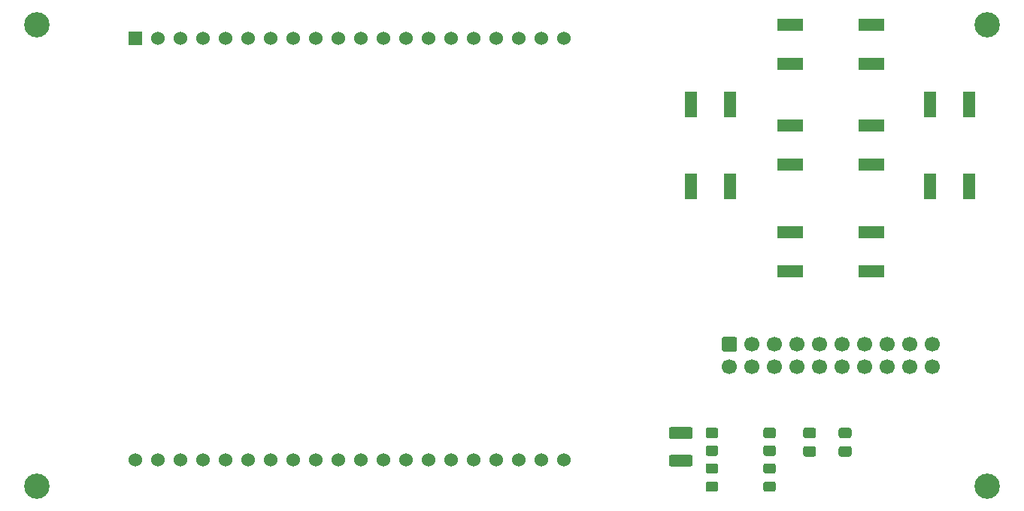
<source format=gbr>
%TF.GenerationSoftware,KiCad,Pcbnew,(5.1.10)-1*%
%TF.CreationDate,2022-03-08T20:45:29-05:00*%
%TF.ProjectId,PacMan-display,5061634d-616e-42d6-9469-73706c61792e,1.0*%
%TF.SameCoordinates,Original*%
%TF.FileFunction,Soldermask,Top*%
%TF.FilePolarity,Negative*%
%FSLAX46Y46*%
G04 Gerber Fmt 4.6, Leading zero omitted, Abs format (unit mm)*
G04 Created by KiCad (PCBNEW (5.1.10)-1) date 2022-03-08 20:45:29*
%MOMM*%
%LPD*%
G01*
G04 APERTURE LIST*
%ADD10C,1.524000*%
%ADD11R,1.524000X1.524000*%
%ADD12C,1.700000*%
%ADD13R,3.000000X1.400000*%
%ADD14R,1.400000X3.000000*%
%ADD15C,2.844800*%
G04 APERTURE END LIST*
%TO.C,R2*%
G36*
G01*
X168233999Y-119898000D02*
X169134001Y-119898000D01*
G75*
G02*
X169384000Y-120147999I0J-249999D01*
G01*
X169384000Y-120848001D01*
G75*
G02*
X169134001Y-121098000I-249999J0D01*
G01*
X168233999Y-121098000D01*
G75*
G02*
X167984000Y-120848001I0J249999D01*
G01*
X167984000Y-120147999D01*
G75*
G02*
X168233999Y-119898000I249999J0D01*
G01*
G37*
G36*
G01*
X168233999Y-117898000D02*
X169134001Y-117898000D01*
G75*
G02*
X169384000Y-118147999I0J-249999D01*
G01*
X169384000Y-118848001D01*
G75*
G02*
X169134001Y-119098000I-249999J0D01*
G01*
X168233999Y-119098000D01*
G75*
G02*
X167984000Y-118848001I0J249999D01*
G01*
X167984000Y-118147999D01*
G75*
G02*
X168233999Y-117898000I249999J0D01*
G01*
G37*
%TD*%
%TO.C,D2*%
G36*
G01*
X169134001Y-123073000D02*
X168233999Y-123073000D01*
G75*
G02*
X167984000Y-122823001I0J249999D01*
G01*
X167984000Y-122172999D01*
G75*
G02*
X168233999Y-121923000I249999J0D01*
G01*
X169134001Y-121923000D01*
G75*
G02*
X169384000Y-122172999I0J-249999D01*
G01*
X169384000Y-122823001D01*
G75*
G02*
X169134001Y-123073000I-249999J0D01*
G01*
G37*
G36*
G01*
X169134001Y-125123000D02*
X168233999Y-125123000D01*
G75*
G02*
X167984000Y-124873001I0J249999D01*
G01*
X167984000Y-124222999D01*
G75*
G02*
X168233999Y-123973000I249999J0D01*
G01*
X169134001Y-123973000D01*
G75*
G02*
X169384000Y-124222999I0J-249999D01*
G01*
X169384000Y-124873001D01*
G75*
G02*
X169134001Y-125123000I-249999J0D01*
G01*
G37*
%TD*%
%TO.C,D1*%
G36*
G01*
X162634001Y-123073000D02*
X161733999Y-123073000D01*
G75*
G02*
X161484000Y-122823001I0J249999D01*
G01*
X161484000Y-122172999D01*
G75*
G02*
X161733999Y-121923000I249999J0D01*
G01*
X162634001Y-121923000D01*
G75*
G02*
X162884000Y-122172999I0J-249999D01*
G01*
X162884000Y-122823001D01*
G75*
G02*
X162634001Y-123073000I-249999J0D01*
G01*
G37*
G36*
G01*
X162634001Y-125123000D02*
X161733999Y-125123000D01*
G75*
G02*
X161484000Y-124873001I0J249999D01*
G01*
X161484000Y-124222999D01*
G75*
G02*
X161733999Y-123973000I249999J0D01*
G01*
X162634001Y-123973000D01*
G75*
G02*
X162884000Y-124222999I0J-249999D01*
G01*
X162884000Y-124873001D01*
G75*
G02*
X162634001Y-125123000I-249999J0D01*
G01*
G37*
%TD*%
%TO.C,C3*%
G36*
G01*
X176709000Y-119985500D02*
X177659000Y-119985500D01*
G75*
G02*
X177909000Y-120235500I0J-250000D01*
G01*
X177909000Y-120910500D01*
G75*
G02*
X177659000Y-121160500I-250000J0D01*
G01*
X176709000Y-121160500D01*
G75*
G02*
X176459000Y-120910500I0J250000D01*
G01*
X176459000Y-120235500D01*
G75*
G02*
X176709000Y-119985500I250000J0D01*
G01*
G37*
G36*
G01*
X176709000Y-117910500D02*
X177659000Y-117910500D01*
G75*
G02*
X177909000Y-118160500I0J-250000D01*
G01*
X177909000Y-118835500D01*
G75*
G02*
X177659000Y-119085500I-250000J0D01*
G01*
X176709000Y-119085500D01*
G75*
G02*
X176459000Y-118835500I0J250000D01*
G01*
X176459000Y-118160500D01*
G75*
G02*
X176709000Y-117910500I250000J0D01*
G01*
G37*
%TD*%
D10*
%TO.C,U1*%
X145556000Y-121536000D03*
X143016000Y-121536000D03*
X140476000Y-121536000D03*
X137936000Y-121536000D03*
X135396000Y-121536000D03*
X132856000Y-121536000D03*
X130316000Y-121536000D03*
X127776000Y-121536000D03*
X125236000Y-121536000D03*
X122696000Y-121536000D03*
X120156000Y-121536000D03*
X117616000Y-121536000D03*
X115076000Y-121536000D03*
X112536000Y-121536000D03*
X109996000Y-121536000D03*
X107456000Y-121536000D03*
X104916000Y-121536000D03*
X102376000Y-121536000D03*
X99836000Y-121536000D03*
X97296000Y-121536000D03*
X145556000Y-74038000D03*
X143016000Y-74038000D03*
X140476000Y-74038000D03*
X137936000Y-74038000D03*
X135396000Y-74038000D03*
X132856000Y-74038000D03*
X130316000Y-74038000D03*
X127776000Y-74038000D03*
X125236000Y-74038000D03*
X122696000Y-74038000D03*
X120156000Y-74038000D03*
X117616000Y-74038000D03*
X115076000Y-74038000D03*
X112536000Y-74038000D03*
X109996000Y-74038000D03*
X107456000Y-74038000D03*
X104916000Y-74038000D03*
X102376000Y-74038000D03*
X99836000Y-74038000D03*
D11*
X97296000Y-74038000D03*
%TD*%
%TO.C,R1*%
G36*
G01*
X161733999Y-119898000D02*
X162634001Y-119898000D01*
G75*
G02*
X162884000Y-120147999I0J-249999D01*
G01*
X162884000Y-120848001D01*
G75*
G02*
X162634001Y-121098000I-249999J0D01*
G01*
X161733999Y-121098000D01*
G75*
G02*
X161484000Y-120848001I0J249999D01*
G01*
X161484000Y-120147999D01*
G75*
G02*
X161733999Y-119898000I249999J0D01*
G01*
G37*
G36*
G01*
X161733999Y-117898000D02*
X162634001Y-117898000D01*
G75*
G02*
X162884000Y-118147999I0J-249999D01*
G01*
X162884000Y-118848001D01*
G75*
G02*
X162634001Y-119098000I-249999J0D01*
G01*
X161733999Y-119098000D01*
G75*
G02*
X161484000Y-118848001I0J249999D01*
G01*
X161484000Y-118147999D01*
G75*
G02*
X161733999Y-117898000I249999J0D01*
G01*
G37*
%TD*%
D12*
%TO.C,J1*%
X187014000Y-111038000D03*
X184474000Y-111038000D03*
X181934000Y-111038000D03*
X179394000Y-111038000D03*
X176854000Y-111038000D03*
X174314000Y-111038000D03*
X171774000Y-111038000D03*
X169234000Y-111038000D03*
X166694000Y-111038000D03*
X164154000Y-111038000D03*
X187014000Y-108498000D03*
X184474000Y-108498000D03*
X181934000Y-108498000D03*
X179394000Y-108498000D03*
X176854000Y-108498000D03*
X174314000Y-108498000D03*
X171774000Y-108498000D03*
X169234000Y-108498000D03*
X166694000Y-108498000D03*
G36*
G01*
X163554000Y-107648000D02*
X164754000Y-107648000D01*
G75*
G02*
X165004000Y-107898000I0J-250000D01*
G01*
X165004000Y-109098000D01*
G75*
G02*
X164754000Y-109348000I-250000J0D01*
G01*
X163554000Y-109348000D01*
G75*
G02*
X163304000Y-109098000I0J250000D01*
G01*
X163304000Y-107898000D01*
G75*
G02*
X163554000Y-107648000I250000J0D01*
G01*
G37*
%TD*%
%TO.C,C2*%
G36*
G01*
X172709000Y-119985500D02*
X173659000Y-119985500D01*
G75*
G02*
X173909000Y-120235500I0J-250000D01*
G01*
X173909000Y-120910500D01*
G75*
G02*
X173659000Y-121160500I-250000J0D01*
G01*
X172709000Y-121160500D01*
G75*
G02*
X172459000Y-120910500I0J250000D01*
G01*
X172459000Y-120235500D01*
G75*
G02*
X172709000Y-119985500I250000J0D01*
G01*
G37*
G36*
G01*
X172709000Y-117910500D02*
X173659000Y-117910500D01*
G75*
G02*
X173909000Y-118160500I0J-250000D01*
G01*
X173909000Y-118835500D01*
G75*
G02*
X173659000Y-119085500I-250000J0D01*
G01*
X172709000Y-119085500D01*
G75*
G02*
X172459000Y-118835500I0J250000D01*
G01*
X172459000Y-118160500D01*
G75*
G02*
X172709000Y-117910500I250000J0D01*
G01*
G37*
%TD*%
%TO.C,C1*%
G36*
G01*
X157583999Y-120960500D02*
X159784001Y-120960500D01*
G75*
G02*
X160034000Y-121210499I0J-249999D01*
G01*
X160034000Y-122035501D01*
G75*
G02*
X159784001Y-122285500I-249999J0D01*
G01*
X157583999Y-122285500D01*
G75*
G02*
X157334000Y-122035501I0J249999D01*
G01*
X157334000Y-121210499D01*
G75*
G02*
X157583999Y-120960500I249999J0D01*
G01*
G37*
G36*
G01*
X157583999Y-117835500D02*
X159784001Y-117835500D01*
G75*
G02*
X160034000Y-118085499I0J-249999D01*
G01*
X160034000Y-118910501D01*
G75*
G02*
X159784001Y-119160500I-249999J0D01*
G01*
X157583999Y-119160500D01*
G75*
G02*
X157334000Y-118910501I0J249999D01*
G01*
X157334000Y-118085499D01*
G75*
G02*
X157583999Y-117835500I249999J0D01*
G01*
G37*
%TD*%
D13*
%TO.C,BTN5*%
X180184000Y-83898000D03*
X180184000Y-88298000D03*
X170984000Y-88298000D03*
X170984000Y-83898000D03*
%TD*%
%TO.C,BTN4*%
X180184000Y-95898000D03*
X180184000Y-100298000D03*
X170984000Y-100298000D03*
X170984000Y-95898000D03*
%TD*%
%TO.C,BTN3*%
X180184000Y-72498000D03*
X180184000Y-76898000D03*
X170984000Y-76898000D03*
X170984000Y-72498000D03*
%TD*%
D14*
%TO.C,BTN2*%
X191184000Y-90698000D03*
X186784000Y-90698000D03*
X186784000Y-81498000D03*
X191184000Y-81498000D03*
%TD*%
%TO.C,BTN1*%
X164184000Y-90698000D03*
X159784000Y-90698000D03*
X159784000Y-81498000D03*
X164184000Y-81498000D03*
%TD*%
D15*
%TO.C,H4*%
X86184000Y-124498000D03*
%TD*%
%TO.C,H3*%
X193184000Y-124498000D03*
%TD*%
%TO.C,H2*%
X193184000Y-72498000D03*
%TD*%
%TO.C,H1*%
X86184000Y-72498000D03*
%TD*%
M02*

</source>
